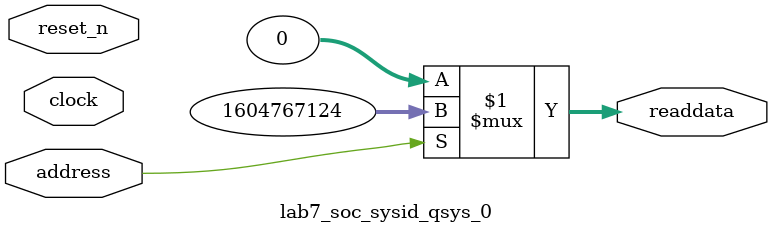
<source format=v>



// synthesis translate_off
`timescale 1ns / 1ps
// synthesis translate_on

// turn off superfluous verilog processor warnings 
// altera message_level Level1 
// altera message_off 10034 10035 10036 10037 10230 10240 10030 

module lab7_soc_sysid_qsys_0 (
               // inputs:
                address,
                clock,
                reset_n,

               // outputs:
                readdata
             )
;

  output  [ 31: 0] readdata;
  input            address;
  input            clock;
  input            reset_n;

  wire    [ 31: 0] readdata;
  //control_slave, which is an e_avalon_slave
  assign readdata = address ? 1604767124 : 0;

endmodule



</source>
